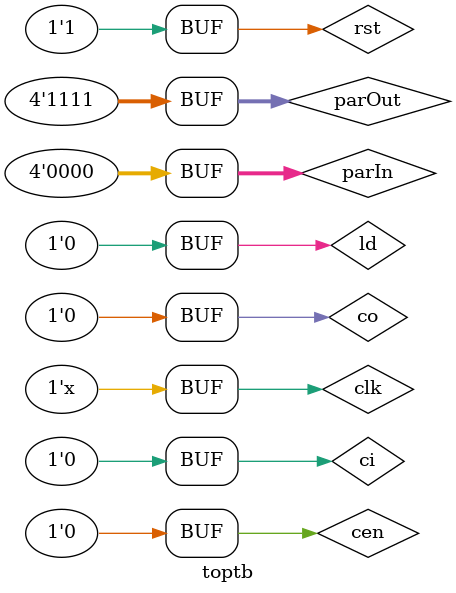
<source format=sv>
`timescale 1ns / 1ps
module toptb(
    );
    //Regs
    reg [3:0] parIn;
    reg clk = 1;
    reg rst = 0;
    reg ld;
    reg cen;
    reg co;
    reg [3:0] parOut;
    reg ci;
    
    //Simulate CLK
    always #1
    clk = ~clk;
        
    //UUT
    fourbitupc uut(
        .clk(clk),
        .rst(rst),
        .ld(ld),
        .ci(ci),
        .cen(cen),
        .parIn(parIn),
        .parOut(parOut),
        .co(co));
        
        initial begin
        //test reset functionality
        //Intialization of 1 to reset
        rst = 1'b1;
        co = 1'b1;
        ld = 1'b1;
        ci= 1'b1;
        parIn = 4'b1111;
        parOut = 4'b1111;
        cen = 1'b1;
        #2;
        rst = 1'b0;
        #2;
        //Reset ^^^^^^^
        rst = 1'b1;
        co = 1'b0;
        cen = 1'b1;
        ci = 1'b0;
        parIn = 4'b0101;
        ld = 1'b1;
        #1;
        ld = 1'b0;
        #22;
        cen = 1'b0;
        #2;
        //Start at 5 count until 0xf ^^^^^^^^^^^^^^
        rst = 1'b0;
        #2;
        rst = 1'b1;
        parIn = 4'b0110;
        ld = 1'b1;
        #2;
        ld = 1'b0;
        cen = 1'b1;
        #10;
        cen = 1'b0;
        #2;
        //Start at 6 count to 0xB ^^^^^^^^^^^
        rst = 1'b0;
        #2;
        rst = 1'b1;
        parIn = 4'b0000;
        ld = 1'b1;
        #2;
        ld = 1'b0;
        cen = 1'b1;
        #40;
        cen = 1'b0;
        //Start at 0 and countil until overflow 0x4 ^^^^^^^^^^^
  end  
endmodule

</source>
